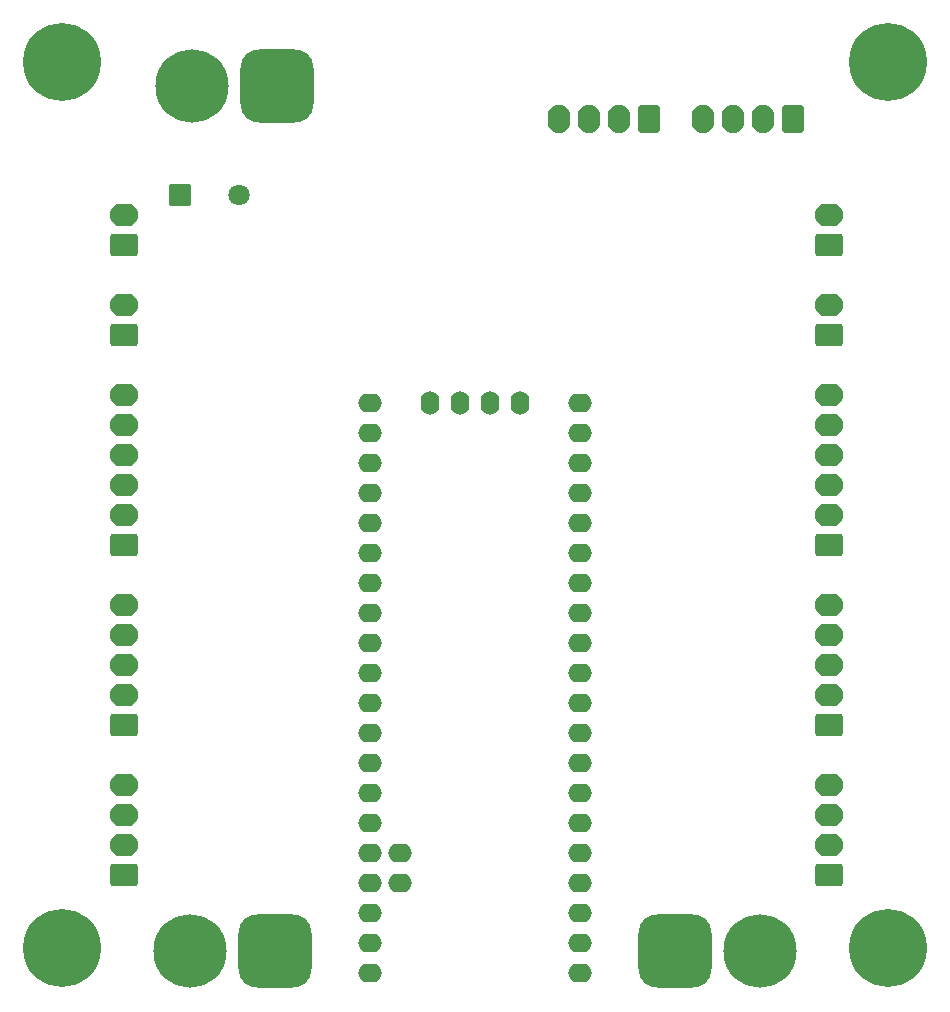
<source format=gbr>
%TF.GenerationSoftware,KiCad,Pcbnew,7.0.9-7.0.9~ubuntu22.04.1*%
%TF.CreationDate,2023-12-20T07:42:30+01:00*%
%TF.ProjectId,RobotMotorController,526f626f-744d-46f7-946f-72436f6e7472,rev?*%
%TF.SameCoordinates,Original*%
%TF.FileFunction,Soldermask,Bot*%
%TF.FilePolarity,Negative*%
%FSLAX46Y46*%
G04 Gerber Fmt 4.6, Leading zero omitted, Abs format (unit mm)*
G04 Created by KiCad (PCBNEW 7.0.9-7.0.9~ubuntu22.04.1) date 2023-12-20 07:42:30*
%MOMM*%
%LPD*%
G01*
G04 APERTURE LIST*
G04 Aperture macros list*
%AMRoundRect*
0 Rectangle with rounded corners*
0 $1 Rounding radius*
0 $2 $3 $4 $5 $6 $7 $8 $9 X,Y pos of 4 corners*
0 Add a 4 corners polygon primitive as box body*
4,1,4,$2,$3,$4,$5,$6,$7,$8,$9,$2,$3,0*
0 Add four circle primitives for the rounded corners*
1,1,$1+$1,$2,$3*
1,1,$1+$1,$4,$5*
1,1,$1+$1,$6,$7*
1,1,$1+$1,$8,$9*
0 Add four rect primitives between the rounded corners*
20,1,$1+$1,$2,$3,$4,$5,0*
20,1,$1+$1,$4,$5,$6,$7,0*
20,1,$1+$1,$6,$7,$8,$9,0*
20,1,$1+$1,$8,$9,$2,$3,0*%
G04 Aperture macros list end*
%ADD10O,2.000000X1.600000*%
%ADD11O,1.600000X2.000000*%
%ADD12C,1.000000*%
%ADD13C,6.600000*%
%ADD14RoundRect,0.350000X0.845000X-0.620000X0.845000X0.620000X-0.845000X0.620000X-0.845000X-0.620000X0*%
%ADD15O,2.390000X1.940000*%
%ADD16RoundRect,0.100000X-0.800000X-0.800000X0.800000X-0.800000X0.800000X0.800000X-0.800000X0.800000X0*%
%ADD17C,1.800000*%
%ADD18RoundRect,1.600000X1.500000X1.500000X-1.500000X1.500000X-1.500000X-1.500000X1.500000X-1.500000X0*%
%ADD19C,6.200000*%
%ADD20RoundRect,1.600000X-1.500000X-1.500000X1.500000X-1.500000X1.500000X1.500000X-1.500000X1.500000X0*%
%ADD21RoundRect,0.350000X0.620000X0.845000X-0.620000X0.845000X-0.620000X-0.845000X0.620000X-0.845000X0*%
%ADD22O,1.940000X2.390000*%
G04 APERTURE END LIST*
D10*
%TO.C,U1*%
X8890000Y-2085000D03*
X8890000Y455000D03*
X8890000Y2995000D03*
X8890000Y5535000D03*
X8890000Y8075000D03*
X8890000Y10615000D03*
X8890000Y13155000D03*
X8890000Y15695000D03*
X8890000Y18235000D03*
X8890000Y20775000D03*
X8890000Y23315000D03*
X8890000Y25855000D03*
X8890000Y28395000D03*
X8890000Y30935000D03*
X8890000Y33475000D03*
X8890000Y36015000D03*
X8890000Y38555000D03*
X8890000Y41095000D03*
X8890000Y43635000D03*
X8890000Y46175000D03*
X-8890000Y46175000D03*
X-8890000Y43635000D03*
X-8890000Y41095000D03*
X-8890000Y38555000D03*
X-8890000Y36015000D03*
X-8890000Y33475000D03*
X-8890000Y30935000D03*
X-8890000Y28395000D03*
X-8890000Y25855000D03*
X-8890000Y23315000D03*
X-8890000Y20775000D03*
X-8890000Y18235000D03*
X-8890000Y15695000D03*
X-8890000Y13155000D03*
X-8890000Y10615000D03*
X-8890000Y8075000D03*
X-8890000Y5535000D03*
X-8890000Y2995000D03*
X-8890000Y455000D03*
X-8890000Y-2085000D03*
D11*
X3810000Y46175000D03*
X1270000Y46175000D03*
X-1270000Y46175000D03*
X-3810000Y46175000D03*
D10*
X-6350000Y5535000D03*
X-6350000Y8075000D03*
%TD*%
D12*
%TO.C,H1*%
X32600000Y75000000D03*
X33302944Y76697056D03*
X33302944Y73302944D03*
X35000000Y77400000D03*
D13*
X35000000Y75000000D03*
D12*
X35000000Y72600000D03*
X36697056Y76697056D03*
X36697056Y73302944D03*
X37400000Y75000000D03*
%TD*%
%TO.C,H3*%
X32600000Y0D03*
X33302944Y1697056D03*
X33302944Y-1697056D03*
X35000000Y2400000D03*
D13*
X35000000Y0D03*
D12*
X35000000Y-2400000D03*
X36697056Y1697056D03*
X36697056Y-1697056D03*
X37400000Y0D03*
%TD*%
D14*
%TO.C,M2*%
X29950000Y34110000D03*
D15*
X29950000Y36650000D03*
X29950000Y39190000D03*
X29950000Y41730000D03*
X29950000Y44270000D03*
X29950000Y46810000D03*
%TD*%
D14*
%TO.C,J5*%
X-29740000Y6170000D03*
D15*
X-29740000Y8710000D03*
X-29740000Y11250000D03*
X-29740000Y13790000D03*
%TD*%
D14*
%TO.C,P2*%
X29950000Y51890000D03*
D15*
X29950000Y54430000D03*
%TD*%
D14*
%TO.C,P1*%
X-29740000Y51890000D03*
D15*
X-29740000Y54430000D03*
%TD*%
D14*
%TO.C,E2*%
X29950000Y18870000D03*
D15*
X29950000Y21410000D03*
X29950000Y23950000D03*
X29950000Y26490000D03*
X29950000Y29030000D03*
%TD*%
D16*
%TO.C,C20*%
X-25002651Y63800000D03*
D17*
X-20002651Y63800000D03*
%TD*%
D18*
%TO.C,J10*%
X-16966000Y-254000D03*
D19*
X-24166000Y-254000D03*
%TD*%
D14*
%TO.C,J3*%
X29970000Y6170000D03*
D15*
X29970000Y8710000D03*
X29970000Y11250000D03*
X29970000Y13790000D03*
%TD*%
D14*
%TO.C,M1*%
X-29740000Y34110000D03*
D15*
X-29740000Y36650000D03*
X-29740000Y39190000D03*
X-29740000Y41730000D03*
X-29740000Y44270000D03*
X-29740000Y46810000D03*
%TD*%
D14*
%TO.C,P3*%
X-29740000Y59510000D03*
D15*
X-29740000Y62050000D03*
%TD*%
D20*
%TO.C,J8*%
X16966000Y-254000D03*
D19*
X24166000Y-254000D03*
%TD*%
D21*
%TO.C,J4*%
X26902000Y70198000D03*
D22*
X24362000Y70198000D03*
X21822000Y70198000D03*
X19282000Y70198000D03*
%TD*%
D12*
%TO.C,H2*%
X-37400000Y75000000D03*
X-36697056Y76697056D03*
X-36697056Y73302944D03*
X-35000000Y77400000D03*
D13*
X-35000000Y75000000D03*
D12*
X-35000000Y72600000D03*
X-33302944Y76697056D03*
X-33302944Y73302944D03*
X-32600000Y75000000D03*
%TD*%
D14*
%TO.C,E1*%
X-29740000Y18870000D03*
D15*
X-29740000Y21410000D03*
X-29740000Y23950000D03*
X-29740000Y26490000D03*
X-29740000Y29030000D03*
%TD*%
D14*
%TO.C,P4*%
X29950000Y59510000D03*
D15*
X29950000Y62050000D03*
%TD*%
D21*
%TO.C,J9*%
X14710000Y70178000D03*
D22*
X12170000Y70178000D03*
X9630000Y70178000D03*
X7090000Y70178000D03*
%TD*%
D18*
%TO.C,J1*%
X-16800000Y73000000D03*
D19*
X-24000000Y73000000D03*
%TD*%
D12*
%TO.C,H4*%
X-37400000Y0D03*
X-36697056Y1697056D03*
X-36697056Y-1697056D03*
X-35000000Y2400000D03*
D13*
X-35000000Y0D03*
D12*
X-35000000Y-2400000D03*
X-33302944Y1697056D03*
X-33302944Y-1697056D03*
X-32600000Y0D03*
%TD*%
M02*

</source>
